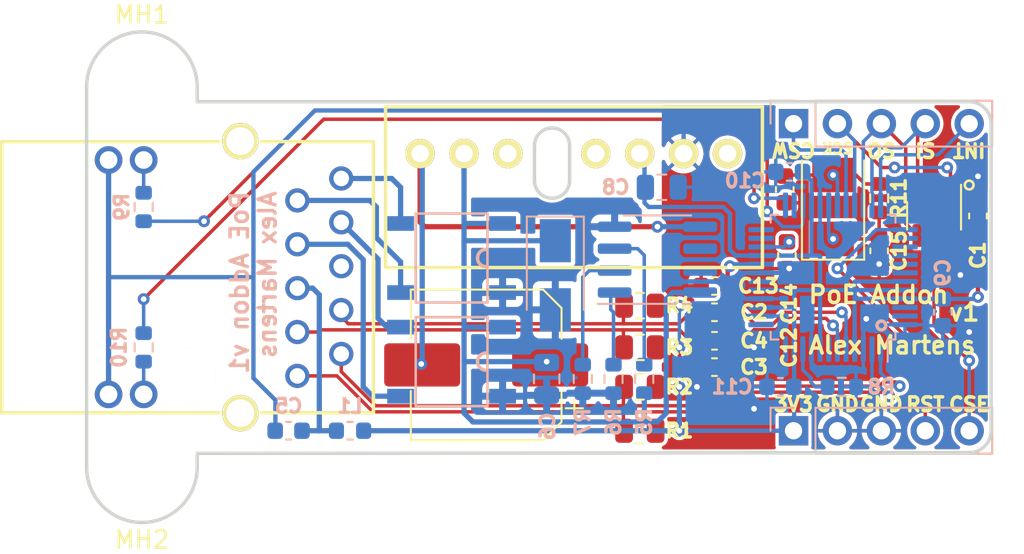
<source format=kicad_pcb>
(kicad_pcb (version 20221018) (generator pcbnew)
  (title_block (title "PoE Addon") (date "2022-06-26") (rev "1") (company "Alex Martens"))
  (layers (0 "F.Cu" signal) (31 "B.Cu" signal) (34 "B.Paste" user) (35 "F.Paste" user) (36 "B.SilkS" user "B.Silkscreen") (37 "F.SilkS" user "F.Silkscreen") (38 "B.Mask" user) (39 "F.Mask" user) (44 "Edge.Cuts" user))
  (net 0 "")
  (net 1 "/W5500 Ethernet Interface/RXIN")
  (net 2 "GND")
  (net 3 "Net-(C3-Pad1)")
  (net 4 "/W5500 Ethernet Interface/RXIP")
  (net 5 "+3V3")
  (net 6 "/W5500 Ethernet Interface/1V2O")
  (net 7 "/W5500 Ethernet Interface/XCAP")
  (net 8 "/W5500 Ethernet Interface/XO")
  (net 9 "/W5500 Ethernet Interface/XI")
  (net 10 "/PoE PD Interface/VC12")
  (net 11 "/PoE PD Interface/VC36")
  (net 12 "/PoE PD Interface/VC45")
  (net 13 "/PoE PD Interface/VC78")
  (net 14 "/W5500 Ethernet Interface/TXOP")
  (net 15 "/W5500 Ethernet Interface/TXON")
  (net 16 "Net-(R5-Pad1)")
  (net 17 "Net-(R6-Pad2)")
  (net 18 "/W5500 Ethernet Interface/XRES")
  (net 19 "Net-(R7-Pad2)")
  (net 20 "/CRXIN")
  (net 21 "/CRXIP")
  (net 22 "SPI_SCK")
  (net 23 "SPI_MOSI")
  (net 24 "SPI_MISO")
  (net 25 "MAC_NSS")
  (net 37 "Net-(R9-Pad1)")
  (net 39 "ACT")
  (net 40 "WIZ_NSS")
  (net 41 "INT")
  (net 42 "RST")
  (net 50 "/PoE PD Interface/VPORTN")
  (net 51 "/PoE PD Interface/RTN")
  (net 52 "/PoE PD Interface/VIN")
  (net 53 "/CT")
  (net 54 "Net-(R10-Pad1)")
  (net 55 "LINK")
  (footprint "Capacitor_SMD:C_0603_1608Metric" (layer "F.Cu") (at 90.678 116.332 180)
    (fp_text reference "C2")
    (fp_text value "10n")
  )
  (footprint "Capacitor_SMD:C_0603_1608Metric" (layer "F.Cu") (at 90.678 117.983 180)
    (fp_text reference "C4")
    (fp_text value "10n")
  )
  (footprint "Capacitor_SMD:C_0603_1608Metric" (layer "F.Cu") (at 94.869 113.03 -90)
    (fp_text reference "C12")
    (fp_text value "10n")
  )
  (footprint "Capacitor_SMD:C_0603_1608Metric" (layer "F.Cu") (at 90.678 114.808 180)
    (fp_text reference "C13")
    (fp_text value "4.7u")
  )
  (footprint "Capacitor_SMD:C_0603_1608Metric" (layer "F.Cu") (at 100.203 112.776 -90)
    (fp_text reference "C15")
    (fp_text value "20p")
  )
  (footprint "Resistor_SMD:R_0805_2012Metric" (layer "F.Cu") (at 86.36 123.19 180)
    (fp_text reference "R1")
    (fp_text value "49.9")
  )
  (footprint "Resistor_SMD:R_0805_2012Metric" (layer "F.Cu") (at 86.36 120.65 180)
    (fp_text reference "R2")
    (fp_text value "49.9")
  )
  (footprint "Resistor_SMD:R_0805_2012Metric" (layer "F.Cu") (at 86.36 118.364 180)
    (fp_text reference "R3")
    (fp_text value "49.9")
  )
  (footprint "Resistor_SMD:R_0805_2012Metric" (layer "F.Cu") (at 86.36 115.951 180)
    (fp_text reference "R4")
    (fp_text value "49.9")
  )
  (footprint "Resistor_SMD:R_0603_1608Metric" (layer "F.Cu") (at 100.203 109.728 90)
    (fp_text reference "R11")
    (fp_text value "1M")
  )
  (footprint "Crystal:Crystal_SMD_5032-2Pin_5.0x3.2mm" (layer "F.Cu") (at 97.536 110.236 90)
    (fp_text reference "Y1" hide)
    (fp_text value "25MHz")
  )
  (footprint "Capacitor_SMD:CP_Elec_8x10.5" (layer "F.Cu") (at 77.47 119.38 180)
    (fp_text reference "C7" hide)
    (fp_text value "27u")
  )
  (footprint "Capacitor_SMD:C_0603_1608Metric" (layer "F.Cu") (at 90.678 119.507)
    (fp_text reference "C3")
    (fp_text value "100n")
  )
  (footprint "Package_TO_SOT_SMD:SOT-23-6" (layer "F.Cu") (at 103.378 110.744 -90)
    (fp_text reference "U1" hide)
    (fp_text value "25AA02E48T-I_OT")
  )
  (footprint "newam:PG02S" (layer "F.Cu") (at 73.65 107.143)
    (fp_text reference "U3" hide)
    (fp_text value "PG02S4803A")
  )
  (footprint "Capacitor_SMD:C_0603_1608Metric" (layer "F.Cu") (at 105.918 110.757 90)
    (fp_text reference "C1")
    (fp_text value "100n")
  )
  (footprint "MountingHole:MountingHole_3.2mm_M3" (layer "F.Cu") (at 57.556 103.3)
    (fp_text reference "MH1")
    (fp_text value "MountingHole")
  )
  (footprint "MountingHole:MountingHole_3.2mm_M3" (layer "F.Cu") (at 57.556 125.3 180)
    (fp_text reference "MH2")
    (fp_text value "MountingHole")
  )
  (footprint "newam:ARJM11D7-104-AB-EW2" (layer "F.Cu") (at 60.198 114.3 -90)
    (fp_text reference "X1" hide)
    (fp_text value "ARJM11-104")
  )
  (footprint "Capacitor_SMD:C_0603_1608Metric" (layer "F.Cu") (at 94.742 109.22 -90)
    (fp_text reference "C14")
    (fp_text value "20p")
  )
  (footprint "Capacitor_SMD:C_0603_1608Metric" (layer "B.Cu") (at 66.04 123.19 180)
    (fp_text reference "C5")
    (fp_text value "100n")
  )
  (footprint "Capacitor_SMD:C_0805_2012Metric" (layer "B.Cu") (at 80.97 120.19 -90)
    (fp_text reference "C6")
    (fp_text value "100n")
  )
  (footprint "Capacitor_SMD:C_0805_2012Metric" (layer "B.Cu") (at 87.63 109.093)
    (fp_text reference "C8")
    (fp_text value "10u")
  )
  (footprint "Capacitor_SMD:C_0603_1608Metric" (layer "B.Cu") (at 103.886 116.332 -90)
    (fp_text reference "C9")
    (fp_text value "100n")
  )
  (footprint "newam:Micro-DIP-4" (layer "B.Cu") (at 75.47 119.19 -90)
    (fp_text reference "D1" hide)
    (fp_text value "MDB6S")
  )
  (footprint "newam:Micro-DIP-4" (layer "B.Cu") (at 75.47 113.19 -90)
    (fp_text reference "D2" hide)
    (fp_text value "MDB6S")
  )
  (footprint "Diode_SMD:D_SMA" (layer "B.Cu") (at 81.47 114.19 -90)
    (fp_text reference "D3" hide)
    (fp_text value "SMAJ58A")
  )
  (footprint "Inductor_SMD:L_0603_1608Metric" (layer "B.Cu") (at 69.596 123.19 180)
    (fp_text reference "L1")
    (fp_text value "1u")
  )
  (footprint "Resistor_SMD:R_0603_1608Metric" (layer "B.Cu") (at 86.614 120.19 -90)
    (fp_text reference "R5")
    (fp_text value "24.9k")
  )
  (footprint "Resistor_SMD:R_0603_1608Metric" (layer "B.Cu") (at 84.836 120.19 90)
    (fp_text reference "R6")
    (fp_text value "178k")
  )
  (footprint "Resistor_SMD:R_0603_1608Metric" (layer "B.Cu") (at 83.058 120.19 90)
    (fp_text reference "R7")
    (fp_text value "4420")
  )
  (footprint "Resistor_SMD:R_0603_1608Metric" (layer "B.Cu") (at 98.044 120.65)
    (fp_text reference "R8")
    (fp_text value "12.4k")
  )
  (footprint "Package_SO:SOIC-8_3.9x4.9mm_P1.27mm" (layer "B.Cu") (at 87.376 113.284)
    (fp_text reference "U2" hide)
    (fp_text value "NCP1090")
  )
  (footprint "Package_QFP:LQFP-48_7x7mm_P0.5mm" (layer "B.Cu") (at 97.536 114.3 90)
    (fp_text reference "U4" hide)
    (fp_text value "W5500")
  )
  (footprint "Capacitor_SMD:C_0603_1608Metric" (layer "B.Cu") (at 94.488 120.65 180)
    (fp_text reference "C11")
    (fp_text value "100n")
  )
  (footprint "Resistor_SMD:R_0603_1608Metric" (layer "B.Cu") (at 57.658 118.364 -90)
    (fp_text reference "R10")
    (fp_text value "2.2k")
  )
  (footprint "Resistor_SMD:R_0603_1608Metric" (layer "B.Cu") (at 57.658 110.236 90)
    (fp_text reference "R9")
    (fp_text value "2.2k")
  )
  (footprint "Connector_PinHeader_2.54mm:PinHeader_1x05_P2.54mm_Vertical" (layer "B.Cu") (at 95.25 105.41 -90)
    (fp_text reference "X2" hide)
    (fp_text value "Conn_01x05_Male")
  )
  (footprint "Connector_PinHeader_2.54mm:PinHeader_1x05_P2.54mm_Vertical" (layer "B.Cu") (at 95.25 123.19 -90)
    (fp_text reference "X3" hide)
    (fp_text value "Conn_01x05_Male")
  )
  (footprint "Capacitor_SMD:C_0603_1608Metric" (layer "B.Cu") (at 94.996 108.204 180)
    (fp_text reference "C10")
    (fp_text value "100n")
  )
  (gr_circle (center 100.33 117.094) (end 100.584 117.094) (stroke (width 0.2)) (fill none) (layer "B.SilkS"))
  (gr_circle (center 105.41 108.966) (end 105.664 108.966) (stroke (width 0.15)) (fill none) (layer "F.SilkS"))
  (gr_line (start 80.264 108.712) (end 80.264 106.68) (stroke (width 0.2)) (layer "Edge.Cuts"))
  (gr_arc (start 80.264 106.68) (mid 81.28 105.664) (end 82.296 106.68) (stroke (width 0.2)) (layer "Edge.Cuts"))
  (gr_arc (start 60.756 125.3) (mid 57.556 128.5) (end 54.356 125.3) (stroke (width 0.2)) (layer "Edge.Cuts"))
  (gr_line (start 60.756 103.3) (end 60.756 104.14) (stroke (width 0.2)) (layer "Edge.Cuts"))
  (gr_arc (start 82.296 108.712) (mid 81.28 109.728) (end 80.264 108.712) (stroke (width 0.2)) (layer "Edge.Cuts"))
  (gr_line (start 60.756 125.3) (end 60.756 124.5) (stroke (width 0.2)) (layer "Edge.Cuts"))
  (gr_line (start 106.68 123.19) (end 106.68 105.41) (stroke (width 0.2)) (layer "Edge.Cuts"))
  (gr_line (start 82.296 108.712) (end 82.296 106.68) (stroke (width 0.2)) (layer "Edge.Cuts"))
  (gr_arc (start 106.68 123.19) (mid 106.308026 124.088026) (end 105.41 124.46) (stroke (width 0.2)) (layer "Edge.Cuts"))
  (gr_arc (start 54.356 103.3) (mid 57.556 100.1) (end 60.756 103.3) (stroke (width 0.2)) (layer "Edge.Cuts"))
  (gr_line (start 105.41 104.14) (end 60.756 104.14) (stroke (width 0.2)) (layer "Edge.Cuts"))
  (gr_line (start 60.756 124.5) (end 105.41 124.46) (stroke (width 0.2)) (layer "Edge.Cuts"))
  (gr_line (start 54.356 125.3) (end 54.356 103.3) (stroke (width 0.2)) (layer "Edge.Cuts"))
  (gr_arc (start 105.41 104.14) (mid 106.308026 104.511974) (end 106.68 105.41) (stroke (width 0.2)) (layer "Edge.Cuts"))
  (gr_text "PoE Addon v1\nAlex Martens\n" (at 64.008 109.22 90) (layer "B.SilkS") (effects (font (size 1 1) (thickness 0.2)) (justify left mirror)))
  (gr_text "INT" (at 105.41 106.934 180) (layer "F.SilkS") (effects (font (size 0.8 0.8) (thickness 0.2))))
  (gr_text "GND" (at 100.33 121.666) (layer "F.SilkS") (effects (font (size 0.8 0.8) (thickness 0.2))))
  (gr_text "SO" (at 100.33 106.934 180) (layer "F.SilkS") (effects (font (size 0.8 0.8) (thickness 0.2))))
  (gr_text "CSE" (at 105.41 121.666) (layer "F.SilkS") (effects (font (size 0.8 0.8) (thickness 0.2))))
  (gr_text "PoE Addon" (at 96.012 115.316) (layer "F.SilkS") (effects (font (size 1 1) (thickness 0.2)) (justify left)))
  (gr_text "SCK" (at 97.79 106.807 180) (layer "F.SilkS") (effects (font (size 0.6 0.6))))
  (gr_text "v1" (at 104.14 116.332) (layer "F.SilkS") (effects (font (size 1 1) (thickness 0.2)) (justify left)))
  (gr_text "RST" (at 102.87 121.666) (layer "F.SilkS") (effects (font (size 0.8 0.8) (thickness 0.2))))
  (gr_text "SI" (at 102.87 106.934 180) (layer "F.SilkS") (effects (font (size 0.8 0.8) (thickness 0.2))))
  (gr_text "3V3" (at 95.25 121.666) (layer "F.SilkS") (effects (font (size 0.8 0.8) (thickness 0.2))))
  (gr_text "GND" (at 97.79 121.666) (layer "F.SilkS") (effects (font (size 0.8 0.8) (thickness 0.2))))
  (gr_text "Alex Martens" (at 96.012 118.237) (layer "F.SilkS") (effects (font (size 1 1) (thickness 0.2)) (justify left)))
  (gr_text "CSW" (at 95.25 106.934 180) (layer "F.SilkS") (effects (font (size 0.8 0.8) (thickness 0.2))))
  (segment (start 92.329 116.332) (end 91.453 116.332) (width 0.2) (layer "F.Cu") (net 1))
  (segment (start 94.097514 116.9813) (end 92.9783 116.9813) (width 0.2) (layer "F.Cu") (net 1))
  (segment (start 94.097514 116.9813) (end 94.746814 116.332) (width 0.2) (layer "F.Cu") (net 1))
  (segment (start 94.746814 116.332) (end 98.044 116.332) (width 0.2) (layer "F.Cu") (net 1))
  (segment (start 92.9783 116.9813) (end 92.329 116.332) (width 0.2) (layer "F.Cu") (net 1))
  (via (at 98.044 116.332) (size 0.6858) (drill 0.3302) (layers "F.Cu" "B.Cu") (net 1))
  (segment (start 98.286 118.65) (end 98.286 116.574) (width 0.2) (layer "B.Cu") (net 1))
  (segment (start 98.286 116.574) (end 98.044 116.332) (width 0.2) (layer "B.Cu") (net 1))
  (segment (start 100.203 113.551) (end 100.203 113.538) (width 0.3048) (layer "F.Cu") (net 2))
  (segment (start 94.996 113.805) (end 94.996 113.792) (width 0.3048) (layer "F.Cu") (net 2))
  (via (at 100.203 113.538) (size 0.6858) (drill 0.3302) (layers "F.Cu" "B.Cu") (net 2))
  (via (at 89.662 120.65) (size 0.6858) (drill 0.3302) (layers "F.Cu" "B.Cu") (net 2))
  (via (at 92.964 121.92) (size 0.6858) (drill 0.3302) (layers "F.Cu" "B.Cu") (net 2))
  (via (at 92.964 118.364) (size 0.6858) (drill 0.3302) (layers "F.Cu" "B.Cu") (net 2))
  (via (at 105.41 117.475) (size 0.6858) (drill 0.3302) (layers "F.Cu" "B.Cu") (net 2))
  (via (at 94.996 113.792) (size 0.6858) (drill 0.3302) (layers "F.Cu" "B.Cu") (net 2))
  (via (at 104.902 114.173) (size 0.6858) (drill 0.3302) (layers "F.Cu" "B.Cu") (net 2))
  (via (at 105.918 108.458) (size 0.6858) (drill 0.3302) (layers "F.Cu" "B.Cu") (net 2))
  (via (at 99.4566 116.713) (size 0.6858) (drill 0.3302) (layers "F.Cu" "B.Cu") (net 2))
  (segment (start 94.738 114.05) (end 94.996 113.792) (width 0.25) (layer "B.Cu") (net 2))
  (segment (start 92.452 114.05) (end 92.202 114.3) (width 0.25) (layer "B.Cu") (net 2))
  (segment (start 96.650468 119.634) (end 96.774 119.634) (width 0.25) (layer "B.Cu") (net 2))
  (segment (start 88.89 105.4) (end 88.138 104.648) (width 0.25) (layer "B.Cu") (net 2))
  (segment (start 92.202 114.3) (end 92.202 115.316) (width 0.25) (layer "B.Cu") (net 2))
  (segment (start 93.3735 115.55) (end 92.436 115.55) (width 0.25) (layer "B.Cu") (net 2))
  (segment (start 64.008 120.142) (end 65.278 121.412) (width 0.25) (layer "B.Cu") (net 2))
  (segment (start 65.278 123.177) (end 65.265 123.19) (width 0.25) (layer "B.Cu") (net 2))
  (segment (start 55.628 114.302) (end 55.628 121.085) (width 0.3048) (layer "B.Cu") (net 2))
  (segment (start 96.286 118.4625) (end 96.286 119.269532) (width 0.25) (layer "B.Cu") (net 2))
  (segment (start 64.008 108.204) (end 64.008 114.3) (width 0.25) (layer "B.Cu") (net 2))
  (segment (start 93.3735 116.55) (end 92.42 116.55) (width 0.25) (layer "B.Cu") (net 2))
  (segment (start 55.63 114.3) (end 55.628 114.302) (width 0.25) (layer "B.Cu") (net 2))
  (segment (start 55.628 107.515) (end 55.628 114.302) (width 0.3048) (layer "B.Cu") (net 2))
  (segment (start 64.008 114.3) (end 64.008 120.142) (width 0.25) (layer "B.Cu") (net 2))
  (segment (start 88.89 107.143) (end 88.89 105.4) (width 0.25) (layer "B.Cu") (net 2))
  (segment (start 65.278 121.412) (end 65.278 123.177) (width 0.25) (layer "B.Cu") (net 2))
  (segment (start 99.286 118.4625) (end 99.286 116.8836) (width 0.25) (layer "B.Cu") (net 2))
  (segment (start 67.564 104.648) (end 64.008 108.204) (width 0.25) (layer "B.Cu") (net 2))
  (segment (start 92.42 116.55) (end 92.202 116.332) (width 0.25) (layer "B.Cu") (net 2))
  (segment (start 92.202 116.332) (end 92.202 115.316) (width 0.25) (layer "B.Cu") (net 2))
  (segment (start 93.3735 114.05) (end 94.738 114.05) (width 0.25) (layer "B.Cu") (net 2))
  (segment (start 64.008 114.3) (end 55.63 114.3) (width 0.25) (layer "B.Cu") (net 2))
  (segment (start 92.436 115.55) (end 92.202 115.316) (width 0.25) (layer "B.Cu") (net 2))
  (segment (start 99.286 116.8836) (end 99.4566 116.713) (width 0.25) (layer "B.Cu") (net 2))
  (segment (start 93.3735 114.05) (end 92.452 114.05) (width 0.25) (layer "B.Cu") (net 2))
  (segment (start 88.138 104.648) (end 67.564 104.648) (width 0.25) (layer "B.Cu") (net 2))
  (segment (start 96.286 119.269532) (end 96.650468 119.634) (width 0.25) (layer "B.Cu") (net 2))
  (segment (start 88.646 118.872) (end 89.281 119.507) (width 0.2032) (layer "F.Cu") (net 3))
  (segment (start 89.281 119.507) (end 89.903 119.507) (width 0.2032) (layer "F.Cu") (net 3))
  (segment (start 87.31 118.364) (end 88.646 118.364) (width 0.2032) (layer "F.Cu") (net 3))
  (segment (start 87.31 115.951) (end 88.646 115.951) (width 0.2032) (layer "F.Cu") (net 3))
  (segment (start 88.646 118.364) (end 88.646 118.872) (width 0.2032) (layer "F.Cu") (net 3))
  (via (at 88.646 115.951) (size 0.6858) (drill 0.3302) (layers "F.Cu" "B.Cu") (net 3))
  (via (at 88.646 118.364) (size 0.6858) (drill 0.3302) (layers "F.Cu" "B.Cu") (net 3))
  (segment (start 88.646 115.951) (end 88.646 118.364) (width 0.2032) (layer "B.Cu") (net 3))
  (segment (start 94.243486 117.3337) (end 92.9783 117.3337) (width 0.2) (layer "F.Cu") (net 4))
  (segment (start 92.9783 117.3337) (end 92.329 117.983) (width 0.2) (layer "F.Cu") (net 4))
  (segment (start 97.1264 116.6844) (end 97.536 117.094) (width 0.2) (layer "F.Cu") (net 4))
  (segment (start 94.243486 117.3337) (end 94.892786 116.6844) (width 0.2) (layer "F.Cu") (net 4))
  (segment (start 94.892786 116.6844) (end 97.1264 116.6844) (width 0.2) (layer "F.Cu") (net 4))
  (segment (start 92.329 117.983) (end 91.453 117.983) (width 0.2) (layer "F.Cu") (net 4))
  (via (at 97.536 117.094) (size 0.6858) (drill 0.3302) (layers "F.Cu" "B.Cu") (net 4))
  (segment (start 97.786 118.65) (end 97.786 117.344) (width 0.2) (layer "B.Cu") (net 4))
  (segment (start 97.786 117.344) (end 97.536 117.094) (width 0.2) (layer "B.Cu") (net 4))
  (segment (start 104.5265 111.8815) (end 104.902 111.506) (width 0.25) (layer "F.Cu") (net 5))
  (segment (start 105.638 111.506) (end 105.664 111.532) (width 0.25) (layer "F.Cu") (net 5))
  (segment (start 88.646 123.19) (end 87.31 123.19) (width 0.3048) (layer "F.Cu") (net 5))
  (segment (start 104.902 111.506) (end 105.638 111.506) (width 0.25) (layer "F.Cu") (net 5))
  (segment (start 104.328 111.8815) (end 104.5265 111.8815) (width 0.25) (layer "F.Cu") (net 5))
  (segment (start 87.31 120.65) (end 88.646 120.65) (width 0.3048) (layer "F.Cu") (net 5))
  (segment (start 105.918 111.532) (end 105.918 115.443) (width 0.25) (layer "F.Cu") (net 5))
  (via (at 88.646 123.19) (size 0.6858) (drill 0.3302) (layers "F.Cu" "B.Cu") (net 5))
  (via (at 88.646 120.65) (size 0.6858) (drill 0.3302) (layers "F.Cu" "B.Cu") (net 5))
  (via (at 105.918 115.443) (size 0.6858) (drill 0.3302) (layers "F.Cu" "B.Cu") (net 5))
  (segment (start 95.286 118.4625) (end 95.286 123.154) (width 0.25) (layer "B.Cu") (net 5))
  (segment (start 96.786 115.05) (end 98.794 115.05) (width 0.25) (layer "B.Cu") (net 5))
  (segment (start 91.900388 113.05) (end 91.567 112.716612) (width 0.25) (layer "B.Cu") (net 5))
  (segment (start 95.286 118.4625) (end 95.286 115.074) (width 0.25) (layer "B.Cu") (net 5))
  (segment (start 95.286 123.154) (end 95.25 123.19) (width 0.25) (layer "B.Cu") (net 5))
  (segment (start 98.794 115.05) (end 101.886 115.05) (width 0.25) (layer "B.Cu") (net 5))
  (segment (start 95.25 123.19) (end 88.646 123.19) (width 0.25) (layer "B.Cu") (net 5))
  (segment (start 91.186 110.236) (end 86.868 110.236) (width 0.25) (layer "B.Cu") (net 5))
  (segment (start 93.3735 113.05) (end 91.900388 113.05) (width 0.25) (layer "B.Cu") (net 5))
  (segment (start 101.6985 115.55) (end 103.879 115.55) (width 0.25) (layer "B.Cu") (net 5))
  (segment (start 95.262 115.05) (end 96.786 115.05) (width 0.25) (layer "B.Cu") (net 5))
  (segment (start 101.886 115.55) (end 98.7968 115.55) (width 0.25) (layer "B.Cu") (net 5))
  (segment (start 96.286 112.9992) (end 96.3368 113.05) (width 0.25) (layer "B.Cu") (net 5))
  (segment (start 103.879 115.55) (end 103.886 115.557) (width 0.25) (layer "B.Cu") (net 5))
  (segment (start 88.646 120.65) (end 88.646 123.19) (width 0.3048) (layer "B.Cu") (net 5))
  (segment (start 86.63 109.998) (end 86.63 109.093) (width 0.25) (layer "B.Cu") (net 5))
  (segment (start 86.868 110.236) (end 86.63 109.998) (width 0.25) (layer "B.Cu") (net 5))
  (segment (start 96.3368 113.05) (end 96.7432 113.05) (width 0.25) (layer "B.Cu") (net 5))
  (segment (start 105.804 115.557) (end 105.918 115.443) (width 0.25) (layer "B.Cu") (net 5))
  (segment (start 86.63 109.093) (end 86.63 107.423) (width 0.25) (layer "B.Cu") (net 5))
  (segment (start 96.279 110.1305) (end 96.286 110.1375) (width 0.25) (layer "B.Cu") (net 5))
  (segment (start 98.786 115.058) (end 98.794 115.05) (width 0.25) (layer "B.Cu") (net 5))
  (segment (start 98.81 114.55) (end 98.786 114.574) (width 0.25) (layer "B.Cu") (net 5))
  (segment (start 93.186 116.05) (end 95.222 116.05) (width 0.25) (layer "B.Cu") (net 5))
  (segment (start 91.567 112.716612) (end 91.567 110.617) (width 0.25) (layer "B.Cu") (net 5))
  (segment (start 95.286 115.074) (end 95.262 115.05) (width 0.25) (layer "B.Cu") (net 5))
  (segment (start 96.7432 113.05) (end 96.786 113.0928) (width 0.25) (layer "B.Cu") (net 5))
  (segment (start 101.886 114.55) (end 98.81 114.55) (width 0.25) (layer "B.Cu") (net 5))
  (segment (start 91.567 110.617) (end 91.186 110.236) (width 0.25) (layer "B.Cu") (net 5))
  (segment (start 93.186 113.05) (end 96.3368 113.05) (width 0.25) (layer "B.Cu") (net 5))
  (segment (start 88.646 123.19) (end 70.3835 123.19) (width 0.3048) (layer "B.Cu") (net 5))
  (segment (start 98.786 115.5392) (end 98.786 115.058) (width 0.25) (layer "B.Cu") (net 5))
  (segment (start 98.786 114.574) (end 98.786 115.058) (width 0.25) (layer "B.Cu") (net 5))
  (segment (start 103.886 115.557) (end 105.804 115.557) (width 0.25) (layer "B.Cu") (net 5))
  (segment (start 98.7968 115.55) (end 98.786 115.5392) (width 0.25) (layer "B.Cu") (net 5))
  (segment (start 96.286 108.719) (end 95.771 108.204) (width 0.25) (layer "B.Cu") (net 5))
  (segment (start 93.186 115.05) (end 95.262 115.05) (width 0.25) (layer "B.Cu") (net 5))
  (segment (start 86.63 107.423) (end 86.35 107.143) (width 0.25) (layer "B.Cu") (net 5))
  (segment (start 96.786 113.0928) (end 96.786 115.05) (width 0.25) (layer "B.Cu") (net 5))
  (segment (start 98.786 118.65) (end 98.786 115.5392) (width 0.25) (layer "B.Cu") (net 5))
  (segment (start 96.286 109.95) (end 96.286 112.9992) (width 0.25) (layer "B.Cu") (net 5))
  (segment (start 96.786 118.65) (end 96.786 115.05) (width 0.25) (layer "B.Cu") (net 5))
  (segment (start 96.286 110.1375) (end 96.286 108.719) (width 0.25) (layer "B.Cu") (net 5))
  (via (at 94.996 112.255) (size 0.6858) (drill 0.3302) (layers "F.Cu" "B.Cu") (net 6))
  (segment (start 94.701 112.55) (end 94.996 112.255) (width 0.2032) (layer "B.Cu") (net 6))
  (segment (start 93.3735 112.55) (end 94.701 112.55) (width 0.2032) (layer "B.Cu") (net 6))
  (segment (start 91.567 113.665) (end 91.44 113.792) (width 0.25) (layer "F.Cu") (net 7))
  (segment (start 91.44 114.795) (end 91.453 114.808) (width 0.25) (layer "F.Cu") (net 7))
  (segment (start 91.44 113.792) (end 91.44 114.795) (width 0.25) (layer "F.Cu") (net 7))
  (via (at 91.567 113.665) (size 0.6858) (drill 0.3302) (layers "F.Cu" "B.Cu") (net 7))
  (segment (start 93.3735 113.55) (end 91.682 113.55) (width 0.25) (layer "B.Cu") (net 7))
  (segment (start 91.682 113.55) (end 91.567 113.665) (width 0.25) (layer "B.Cu") (net 7))
  (segment (start 94.928 108.386) (end 97.536 108.386) (width 0.2032) (layer "F.Cu") (net 8))
  (segment (start 99.378 108.903) (end 98.861 108.386) (width 0.2032) (layer "F.Cu") (net 8))
  (segment (start 97.536 108.386) (end 98.861 108.386) (width 0.2032) (layer "F.Cu") (net 8))
  (segment (start 94.869 108.445) (end 94.928 108.386) (width 0.2032) (layer "F.Cu") (net 8))
  (segment (start 100.203 108.903) (end 99.378 108.903) (width 0.2032) (layer "F.Cu") (net 8))
  (via (at 97.536 108.386) (size 0.6858) (drill 0.3302) (layers "F.Cu" "B.Cu") (net 8))
  (segment (start 97.786 110.1375) (end 97.786 108.636) (width 0.2032) (layer "B.Cu") (net 8))
  (segment (start 97.786 108.636) (end 97.536 108.386) (width 0.2032) (layer "B.Cu") (net 8))
  (segment (start 100.203 112.001) (end 100.118 112.086) (width 0.2032) (layer "F.Cu") (net 9))
  (segment (start 100.203 110.68) (end 100.203 112.001) (width 0.2032) (layer "F.Cu") (net 9))
  (segment (start 100.118 112.086) (end 97.536 112.086) (width 0.2032) (layer "F.Cu") (net 9))
  (via (at 97.536 112.086) (size 0.6858) (drill 0.3302) (layers "F.Cu" "B.Cu") (net 9))
  (segment (start 97.286 110.1375) (end 97.286 111.836) (width 0.2032) (layer "B.Cu") (net 9))
  (segment (start 97.286 111.836) (end 97.536 112.086) (width 0.2032) (layer "B.Cu") (net 9))
  (segment (start 71.12 110.236) (end 71.12 112.014) (width 0.3048) (layer "B.Cu") (net 10))
  (segment (start 66.548 109.855) (end 70.739 109.855) (width 0.3048) (layer "B.Cu") (net 10))
  (segment (start 70.739 109.855) (end 71.12 110.236) (width 0.3048) (layer "B.Cu") (net 10))
  (segment (start 71.12 112.014) (end 72.52 113.414) (width 0.3048) (layer "B.Cu") (net 10))
  (segment (start 72.52 113.414) (end 72.52 115.19) (width 0.3048) (layer "B.Cu") (net 10))
  (segment (start 69.088 108.585) (end 72.009 108.585) (width 0.3048) (layer "B.Cu") (net 11))
  (segment (start 72.52 109.096) (end 72.52 111.19) (width 0.3048) (layer "B.Cu") (net 11))
  (segment (start 72.009 108.585) (end 72.52 109.096) (width 0.3048) (layer "B.Cu") (net 11))
  (segment (start 70.358 120.65) (end 70.358 113.284) (width 0.3048) (layer "B.Cu") (net 12))
  (segment (start 72.52 121.19) (end 70.898 121.19) (width 0.3048) (layer "B.Cu") (net 12))
  (segment (start 70.898 121.19) (end 70.358 120.65) (width 0.3048) (layer "B.Cu") (net 12))
  (segment (start 69.469 112.395) (end 66.548 112.395) (width 0.3048) (layer "B.Cu") (net 12))
  (segment (start 70.358 113.284) (end 69.469 112.395) (width 0.3048) (layer "B.Cu") (net 12))
  (segment (start 72.52 117.19) (end 71.724 117.19) (width 0.3048) (layer "B.Cu") (net 13))
  (segment (start 71.216 113.253) (end 69.088 111.125) (width 0.3048) (layer "B.Cu") (net 13))
  (segment (start 71.216 116.682) (end 71.216 113.253) (width 0.3048) (layer "B.Cu") (net 13))
  (segment (start 71.724 117.19) (end 71.216 116.682) (width 0.3048) (layer "B.Cu") (net 13))
  (segment (start 85.4218 122.0962) (end 70.920015 122.0962) (width 0.2) (layer "F.Cu") (net 14))
  (segment (start 100.555353 120.960051) (end 100.795651 121.200349) (width 0.2) (layer "F.Cu") (net 14))
  (segment (start 85.4218 122.0962) (end 90.2478 122.0962) (width 0.2) (layer "F.Cu") (net 14))
  (segment (start 85.41 123.19) (end 85.41 122.108) (width 0.2) (layer "F.Cu") (net 14))
  (segment (start 68.838815 120.015) (end 66.548 120.015) (width 0.2) (layer "F.Cu") (net 14))
  (segment (start 91.383949 120.960051) (end 100.555353 120.960051) (width 0.2) (layer "F.Cu") (net 14))
  (segment (start 90.2478 122.0962) (end 91.383949 120.960051) (width 0.2) (layer "F.Cu") (net 14))
  (segment (start 70.920015 122.0962) (end 68.838815 120.015) (width 0.2) (layer "F.Cu") (net 14))
  (segment (start 85.41 122.108) (end 85.4218 122.0962) (width 0.2) (layer "F.Cu") (net 14))
  (via (at 100.795651 121.200349) (size 0.6858) (drill 0.3302) (layers "F.Cu" "B.Cu") (net 14))
  (segment (start 99.786 118.65) (end 99.786 120.190698) (width 0.2) (layer "B.Cu") (net 14))
  (segment (start 99.786 120.190698) (end 100.795651 121.200349) (width 0.2) (layer "B.Cu") (net 14))
  (segment (start 85.4218 121.7438) (end 71.065985 121.7438) (width 0.2) (layer "F.Cu") (net 15))
  (segment (start 101.387656 120.607651) (end 101.142643 120.362638) (width 0.2) (layer "F.Cu") (net 15))
  (segment (start 91.228349 120.607651) (end 90.0922 121.7438) (width 0.2) (layer "F.Cu") (net 15))
  (segment (start 71.065985 121.7438) (end 69.088 119.765815) (width 0.2) (layer "F.Cu") (net 15))
  (segment (start 85.41 120.65) (end 85.41 121.732) (width 0.2) (layer "F.Cu") (net 15))
  (segment (start 90.0922 121.7438) (end 85.4218 121.7438) (width 0.2) (layer "F.Cu") (net 15))
  (segment (start 101.142643 120.362638) (end 100.448659 120.362638) (width 0.2) (layer "F.Cu") (net 15))
  (segment (start 101.388349 120.607651) (end 101.387656 120.607651) (width 0.2) (layer "F.Cu") (net 15))
  (segment (start 100.448659 120.362638) (end 100.203646 120.607651) (width 0.2) (layer "F.Cu") (net 15))
  (segment (start 69.088 119.765815) (end 69.088 118.745) (width 0.2) (layer "F.Cu") (net 15))
  (segment (start 100.203646 120.607651) (end 91.228349 120.607651) (width 0.2) (layer "F.Cu") (net 15))
  (segment (start 85.41 121.732) (end 85.4218 121.7438) (width 0.2) (layer "F.Cu") (net 15))
  (via (at 101.388349 120.607651) (size 0.6858) (drill 0.3302) (layers "F.Cu" "B.Cu") (net 15))
  (segment (start 100.286 119.844) (end 101.049651 120.607651) (width 0.2) (layer "B.Cu") (net 15))
  (segment (start 101.049651 120.607651) (end 101.388349 120.607651) (width 0.2) (layer "B.Cu") (net 15))
  (segment (start 100.286 118.65) (end 100.286 119.844) (width 0.2) (layer "B.Cu") (net 15))
  (segment (start 86.614 113.03) (end 86.233 112.649) (width 0.2032) (layer "B.Cu") (net 16))
  (segment (start 86.233 112.649) (end 84.676 112.649) (width 0.2032) (layer "B.Cu") (net 16))
  (segment (start 86.614 119.44) (end 86.614 113.03) (width 0.2032) (layer "B.Cu") (net 16))
  (segment (start 84.676 116.172) (end 84.836 116.332) (width 0.2032) (layer "B.Cu") (net 17))
  (segment (start 84.676 115.189) (end 84.676 116.172) (width 0.2032) (layer "B.Cu") (net 17))
  (segment (start 84.836 116.332) (end 84.836 119.44) (width 0.2032) (layer "B.Cu") (net 17))
  (segment (start 96.266 120.396) (end 96.52 120.65) (width 0.2032) (layer "B.Cu") (net 18))
  (segment (start 96.266 120.142) (end 96.266 120.396) (width 0.2032) (layer "B.Cu") (net 18))
  (segment (start 96.52 120.65) (end 97.219 120.65) (width 0.2032) (layer "B.Cu") (net 18))
  (segment (start 95.786 119.662) (end 96.266 120.142) (width 0.2032) (layer "B.Cu") (net 18))
  (segment (start 95.786 118.4625) (end 95.786 119.662) (width 0.2032) (layer "B.Cu") (net 18))
  (segment (start 84.676 113.919) (end 83.439 113.919) (width 0.2032) (layer "B.Cu") (net 19))
  (segment (start 83.058 114.3) (end 83.058 119.44) (width 0.2032) (layer "B.Cu") (net 19))
  (segment (start 83.439 113.919) (end 83.058 114.3) (width 0.2032) (layer "B.Cu") (net 19))
  (segment (start 89.281 116.332) (end 88.6154 116.9976) (width 0.2) (layer "F.Cu") (net 20))
  (segment (start 88.6154 116.9976) (end 85.4404 116.9976) (width 0.2) (layer "F.Cu") (net 20))
  (segment (start 69.84952 116.99808) (end 69.85 116.9976) (width 0.2) (layer "F.Cu") (net 20))
  (segment (start 85.41 116.9672) (end 85.4404 116.9976) (width 0.2) (layer "F.Cu") (net 20))
  (segment (start 69.088 116.205) (end 69.088 116.586) (width 0.2) (layer "F.Cu") (net 20))
  (segment (start 69.088 116.586) (end 69.50008 116.99808) (width 0.2) (layer "F.Cu") (net 20))
  (segment (start 89.903 116.332) (end 89.281 116.332) (width 0.2) (layer "F.Cu") (net 20))
  (segment (start 85.41 115.951) (end 85.41 116.9672) (width 0.2) (layer "F.Cu") (net 20))
  (segment (start 69.50008 116.99808) (end 69.84952 116.99808) (width 0.2) (layer "F.Cu") (net 20))
  (segment (start 69.85 116.9976) (end 85.4404 116.9976) (width 0.2) (layer "F.Cu") (net 20))
  (segment (start 85.346 117.35) (end 67.82 117.35) (width 0.2) (layer "F.Cu") (net 21))
  (segment (start 67.82 117.35) (end 67.818 117.348) (width 0.2) (layer "F.Cu") (net 21))
  (segment (start 89.281 117.983) (end 88.648 117.35) (width 0.2) (layer "F.Cu") (net 21))
  (segment (start 88.648 117.35) (end 85.346 117.35) (width 0.2) (layer "F.Cu") (net 21))
  (segment (start 85.41 117.414) (end 85.346 117.35) (width 0.2) (layer "F.Cu") (net 21))
  (segment (start 67.818 117.348) (end 67.691 117.475) (width 0.2) (layer "F.Cu") (net 21))
  (segment (start 85.41 118.364) (end 85.41 117.414) (width 0.2) (layer "F.Cu") (net 21))
  (segment (start 67.691 117.475) (end 66.548 117.475) (width 0.2) (layer "F.Cu") (net 21))
  (segment (start 89.903 117.983) (end 89.281 117.983) (width 0.2) (layer "F.Cu") (net 21))
  (segment (start 100.33 107.95) (end 101.092 107.95) (width 0.2032) (layer "F.Cu") (net 22))
  (segment (start 104.328 109.6065) (end 104.328 108.138) (width 0.2032) (layer "F.Cu") (net 22))
  (segment (start 97.79 105.41) (end 100.33 107.95) (width 0.2032) (layer "F.Cu") (net 22))
  (segment (start 104.328 108.138) (end 104.14 107.95) (width 0.2032) (layer "F.Cu") (net 22))
  (via (at 104.14 107.95) (size 0.6858) (drill 0.3302) (layers "F.Cu" "B.Cu") (net 22))
  (via (at 101.092 107.95) (size 0.6858) (drill 0.3302) (layers "F.Cu" "B.Cu") (net 22))
  (segment (start 98.786 106.406) (end 97.79 105.41) (width 0.2032) (layer "B.Cu") (net 22))
  (segment (start 101.092 107.95) (end 104.14 107.95) (width 0.2032) (layer "B.Cu") (net 22))
  (segment (start 98.786 110.1375) (end 98.786 106.406) (width 0.2032) (layer "B.Cu") (net 22))
  (segment (start 102.428 109.6065) (end 102.428 105.852) (width 0.2032) (layer "F.Cu") (net 23))
  (segment (start 102.428 105.852) (end 102.87 105.41) (width 0.2032) (layer "F.Cu") (net 23))
  (segment (start 101.473 106.807) (end 100.076 106.807) (width 0.2032) (layer "B.Cu") (net 23))
  (segment (start 102.87 105.41) (end 101.473 106.807) (width 0.2032) (layer "B.Cu") (net 23))
  (segment (start 99.786 107.097) (end 99.786 110.1375) (width 0.2032) (layer "B.Cu") (net 23))
  (segment (start 100.076 106.807) (end 99.786 107.097) (width 0.2032) (layer "B.Cu") (net 23))
  (segment (start 102.428 111.8815) (end 101.739211 111.192711) (width 0.2032) (layer "F.Cu") (net 24))
  (segment (start 101.739211 106.819211) (end 100.33 105.41) (width 0.2032) (layer "F.Cu") (net 24))
  (segment (start 101.739211 111.192711) (end 101.739211 106.819211) (width 0.2032) (layer "F.Cu") (net 24))
  (segment (start 99.286 106.454) (end 100.33 105.41) (width 0.2032) (layer "B.Cu") (net 24))
  (segment (start 99.286 110.1375) (end 99.286 106.454) (width 0.2032) (layer "B.Cu") (net 24))
  (segment (start 103.378 111.8815) (end 103.378 117.094) (width 0.2032) (layer "F.Cu") (net 25))
  (segment (start 103.378 117.094) (end 105.41 119.126) (width 0.2032) (layer "F.Cu") (net 25))
  (via (at 105.41 119.126) (size 0.6858) (drill 0.3302) (layers "F.Cu" "B.Cu") (net 25))
  (segment (start 105.41 119.126) (end 105.41 123.19) (width 0.2032) (layer "B.Cu") (net 25))
  (segment (start 67.564 104.648) (end 93.472 104.648) (width 0.2032) (layer "F.Cu") (net 37))
  (segment (start 67.564 104.648) (end 61.151 111.061) (width 0.2032) (layer "F.Cu") (net 37))
  (segment (start 93.726 104.902) (end 93.726 110.49) (width 0.2032) (layer "F.Cu") (net 37))
  (segment (start 93.472 104.648) (end 93.726 104.902) (width 0.2032) (layer "F.Cu") (net 37))
  (via (at 61.151 111.061) (size 0.6858) (drill 0.3302) (layers "F.Cu" "B.Cu") (net 37))
  (via (at 93.726 110.49) (size 0.6858) (drill 0.3302) (layers "F.Cu" "B.Cu") (net 37))
  (segment (start 95.631 111.379) (end 94.615 111.379) (width 0.2032) (layer "B.Cu") (net 37))
  (segment (start 57.658 111.061) (end 61.151 111.061) (width 0.2032) (layer "B.Cu") (net 37))
  (segment (start 94.615 111.379) (end 93.726 110.49) (width 0.2032) (layer "B.Cu") (net 37))
  (segment (start 95.786 111.224) (end 95.631 111.379) (width 0.2032) (layer "B.Cu") (net 37))
  (segment (start 95.786 110.1375) (end 95.786 111.224) (width 0.2032) (layer "B.Cu") (net 37))
  (segment (start 57.658 107.515) (end 57.658 109.411) (width 0.2032) (layer "B.Cu") (net 39))
  (segment (start 95.631 106.934) (end 98.044 106.934) (width 0.2032) (layer "B.Cu") (net 40))
  (segment (start 98.286 107.176) (end 98.286 110.1375) (width 0.2032) (layer "B.Cu") (net 40))
  (segment (start 95.25 105.41) (end 95.25 106.553) (width 0.2032) (layer "B.Cu") (net 40))
  (segment (start 95.25 106.553) (end 95.631 106.934) (width 0.2032) (layer "B.Cu") (net 40))
  (segment (start 98.044 106.934) (end 98.286 107.176) (width 0.2032) (layer "B.Cu") (net 40))
  (segment (start 103.60708 107.21292) (end 105.41 105.41) (width 0.2032) (layer "B.Cu") (net 41))
  (segment (start 100.55908 107.21292) (end 103.60708 107.21292) (width 0.2032) (layer "B.Cu") (net 41))
  (segment (start 100.286 107.486) (end 100.55908 107.21292) (width 0.2032) (layer "B.Cu") (net 41))
  (segment (start 100.286 110.1375) (end 100.286 107.486) (width 0.2032) (layer "B.Cu") (net 41))
  (segment (start 97.79 113.792) (end 102.87 118.872) (width 0.2032) (layer "F.Cu") (net 42))
  (segment (start 102.87 118.872) (end 102.87 123.19) (width 0.2032) (layer "F.Cu") (net 42))
  (via (at 97.79 113.792) (size 0.6858) (drill 0.3302) (layers "F.Cu" "B.Cu") (net 42))
  (segment (start 100.032 111.55) (end 97.79 113.792) (width 0.2032) (layer "B.Cu") (net 42))
  (segment (start 101.6985 111.55) (end 100.032 111.55) (width 0.2032) (layer "B.Cu") (net 42))
  (segment (start 73.914 111.379) (end 73.65 111.115) (width 0.3048) (layer "F.Cu") (net 51))
  (segment (start 73.65 111.115) (end 73.65 107.27) (width 0.3048) (layer "F.Cu") (net 51))
  (segment (start 73.715 119.325) (end 73.77 119.38) (width 0.3048) (layer "F.Cu") (net 51))
  (segment (start 87.376 111.379) (end 73.914 111.379) (width 0.3048) (layer "F.Cu") (net 51))
  (via (at 73.715 119.325) (size 0.6858) (drill 0.3302) (layers "F.Cu" "B.Cu") (net 51))
  (via (at 87.376 111.379) (size 0.6858) (drill 0.3302) (layers "F.Cu" "B.Cu") (net 51))
  (segment (start 90.076 111.379) (end 87.376 111.379) (width 0.3048) (layer "B.Cu") (net 51))
  (segment (start 73.65 107.27) (end 73.77 107.39) (width 0.3048) (layer "B.Cu") (net 51))
  (segment (start 73.77 107.39) (end 73.77 119.38) (width 0.3048) (layer "B.Cu") (net 51))
  (via (at 80.97 119.19) (size 0.6858) (drill 0.3302) (layers "F.Cu" "B.Cu") (net 52))
  (segment (start 76.19 117.104) (end 76.19 119.136) (width 0.3048) (layer "B.Cu") (net 52))
  (segment (start 81.47 112.19) (end 76.258 112.19) (width 0.3048) (layer "B.Cu") (net 52))
  (segment (start 76.258 112.19) (end 76.19 112.258) (width 0.3048) (layer "B.Cu") (net 52))
  (segment (start 87.884 115.57) (end 87.884 122.174) (width 0.3048) (layer "B.Cu") (net 52))
  (segment (start 76.708 122.682) (end 76.19 122.164) (width 0.3048) (layer "B.Cu") (net 52))
  (segment (start 80.97 119.19) (end 76.244 119.19) (width 0.3048) (layer "B.Cu") (net 52))
  (segment (start 76.19 112.258) (end 76.19 117.104) (width 0.3048) (layer "B.Cu") (net 52))
  (segment (start 76.276 117.19) (end 76.19 117.104) (width 0.3048) (layer "B.Cu") (net 52))
  (segment (start 90.076 115.189) (end 88.265 115.189) (width 0.3048) (layer "B.Cu") (net 52))
  (segment (start 87.884 122.174) (end 87.376 122.682) (width 0.3048) (layer "B.Cu") (net 52))
  (segment (start 76.244 119.19) (end 76.19 119.136) (width 0.3048) (layer "B.Cu") (net 52))
  (segment (start 76.708 122.682) (end 87.376 122.682) (width 0.3048) (layer "B.Cu") (net 52))
  (segment (start 76.19 122.164) (end 76.19 119.136) (width 0.3048) (layer "B.Cu") (net 52))
  (segment (start 76.242 111.19) (end 76.19 111.242) (width 0.3048) (layer "B.Cu") (net 52))
  (segment (start 86.614 120.94) (end 86.614 122.682) (width 0.3048) (layer "B.Cu") (net 52))
  (segment (start 76.19 107.27) (end 76.19 111.242) (width 0.3048) (layer "B.Cu") (net 52))
  (segment (start 78.42 111.19) (end 76.242 111.19) (width 0.3048) (layer "B.Cu") (net 52))
  (segment (start 88.265 115.189) (end 87.884 115.57) (width 0.3048) (layer "B.Cu") (net 52))
  (segment (start 78.42 117.19) (end 76.276 117.19) (width 0.3048) (layer "B.Cu") (net 52))
  (segment (start 76.19 111.242) (end 76.19 112.258) (width 0.3048) (layer "B.Cu") (net 52))
  (segment (start 67.818 123.19) (end 68.8085 123.19) (width 0.3048) (layer "B.Cu") (net 53))
  (segment (start 67.818 115.316) (end 67.818 123.19) (width 0.3048) (layer "B.Cu") (net 53))
  (segment (start 67.437 114.935) (end 67.818 115.316) (width 0.3048) (layer "B.Cu") (net 53))
  (segment (start 66.79 123.19) (end 67.818 123.19) (width 0.3048) (layer "B.Cu") (net 53))
  (segment (start 66.548 114.935) (end 67.437 114.935) (width 0.3048) (layer "B.Cu") (net 53))
  (segment (start 57.658 115.57) (end 68.072 105.156) (width 0.2032) (layer "F.Cu") (net 54))
  (segment (start 92.456 105.156) (end 92.964 105.664) (width 0.2032) (layer "F.Cu") (net 54))
  (segment (start 92.964 105.664) (end 92.964 109.728) (width 0.2032) (layer "F.Cu") (net 54))
  (segment (start 68.072 105.156) (end 92.456 105.156) (width 0.2032) (layer "F.Cu") (net 54))
  (via (at 57.658 115.57) (size 0.6858) (drill 0.3302) (layers "F.Cu" "B.Cu") (net 54))
  (via (at 92.964 109.728) (size 0.6858) (drill 0.3302) (layers "F.Cu" "B.Cu") (net 54))
  (segment (start 57.658 117.539) (end 57.658 115.57) (width 0.2032) (layer "B.Cu") (net 54))
  (segment (start 94.786 110.1375) (end 94.83488 110.08862) (width 0.2032) (layer "B.Cu") (net 54))
  (segment (start 94.83488 109.728) (end 92.964 109.728) (width 0.2032) (layer "B.Cu") (net 54))
  (segment (start 94.83488 110.08862) (end 94.83488 109.728) (width 0.2032) (layer "B.Cu") (net 54))
  (segment (start 57.658 121.085) (end 57.658 119.189) (width 0.2032) (layer "B.Cu") (net 55))
  (zone (net 2) (net_name "GND") (layers "F&B.Cu") (connect_pads (clearance 0.2)) (min_thickness 0.2) (fill yes (thermal_gap 0.3) (thermal_bridge_width 0.2))
    (polygon (pts (xy 106.68 124.46) (xy 87.63 124.46) (xy 87.63 104.14) (xy 106.68 104.14)))
  )
  (zone (net 50) (net_name "/PoE PD Interface/VPORTN") (layer "B.Cu") (connect_pads (clearance 0.254)) (min_thickness 0.2032) (fill yes (thermal_gap 0.4064) (thermal_bridge_width 0.4064))
    (polygon (pts (xy 86.47 123.19) (xy 76.47 123.19) (xy 76.47 109.69) (xy 86.47 109.69)))
  )
)
</source>
